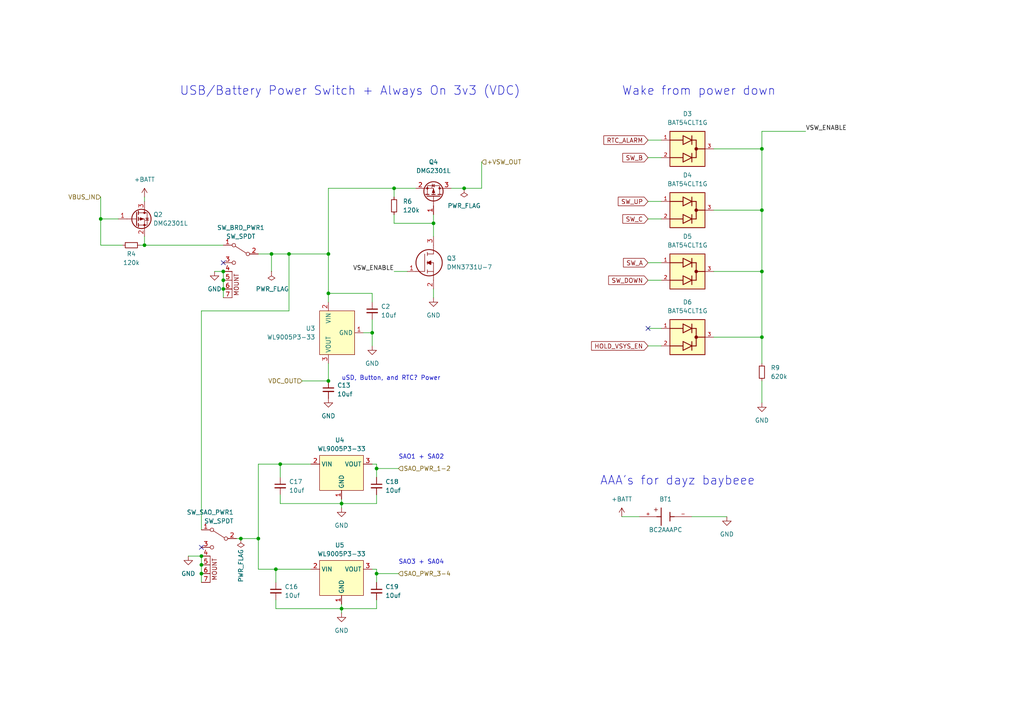
<source format=kicad_sch>
(kicad_sch (version 20211123) (generator eeschema)
  (paper "A4")
  (lib_symbols
    (symbol "BAT54CLT1G:BAT54CLT1G" (pin_names (offset 1.016))
      (property "Reference" "D" (at -2.54 5.842 0))
      (property "Value" "BAT54CLT1G" (at -2.54 -7.62 0))
      (symbol "BAT54CLT1G_0_0"
        (rectangle (start -2.54 -5.08) (end 7.62 5.08) (stroke (width 0.254)) (fill (type background)))
        (polyline (pts (xy 1.27 -3.81) (xy 3.81 -2.54)) (stroke (width 0.254)))
        (polyline (pts (xy 1.27 -2.54) (xy -2.54 -2.54)) (stroke (width 0.254)))
        (polyline (pts (xy 1.27 -2.54) (xy 1.27 -3.81)) (stroke (width 0.254)))
        (polyline (pts (xy 1.27 -1.27) (xy 1.27 -2.54)) (stroke (width 0.254)))
        (polyline (pts (xy 1.27 1.27) (xy 3.81 2.54)) (stroke (width 0.254)))
        (polyline (pts (xy 1.27 2.54) (xy -2.54 2.54)) (stroke (width 0.254)))
        (polyline (pts (xy 1.27 2.54) (xy 1.27 1.27)) (stroke (width 0.254)))
        (polyline (pts (xy 1.27 3.81) (xy 1.27 2.54)) (stroke (width 0.254)))
        (polyline (pts (xy 3.81 -2.54) (xy 1.27 -1.27)) (stroke (width 0.254)))
        (polyline (pts (xy 3.81 -2.54) (xy 3.81 -3.81)) (stroke (width 0.254)))
        (polyline (pts (xy 3.81 -1.27) (xy 3.81 -2.54)) (stroke (width 0.254)))
        (polyline (pts (xy 3.81 2.54) (xy 1.27 3.81)) (stroke (width 0.254)))
        (polyline (pts (xy 3.81 2.54) (xy 3.81 1.27)) (stroke (width 0.254)))
        (polyline (pts (xy 3.81 3.81) (xy 3.81 2.54)) (stroke (width 0.254)))
        (polyline (pts (xy 5.08 -2.54) (xy 3.81 -2.54)) (stroke (width 0.254)))
        (polyline (pts (xy 5.08 0) (xy 5.08 -2.54)) (stroke (width 0.254)))
        (polyline (pts (xy 5.08 0) (xy 7.62 0)) (stroke (width 0.254)))
        (polyline (pts (xy 5.08 2.54) (xy 3.81 2.54)) (stroke (width 0.254)))
        (polyline (pts (xy 5.08 2.54) (xy 5.08 0)) (stroke (width 0.254)))
        (circle (center 5.08 0) (radius 0.254) (stroke (width 0.508)))
        (pin passive line (at -5.08 2.54 0) (length 2.54) (name "~") (number "1"))
        (pin passive line (at -5.08 -2.54 0) (length 2.54) (name "~") (number "2"))
        (pin passive line (at 10.16 0 180) (length 2.54) (name "~") (number "3"))
      )
    )
    (symbol "BC2AAAPC:BC2AAAPC" (pin_names (offset 1.016))
      (property "Reference" "BT" (at -6.3614 3.8138 0))
      (property "Value" "BC2AAAPC" (at -5.08 -6.35 0))
      (symbol "BC2AAAPC_0_0"
        (polyline (pts (xy -3.302 2.032) (xy -2.286 2.032)) (stroke (width 0.1524)))
        (polyline (pts (xy -2.794 2.54) (xy -2.794 1.524)) (stroke (width 0.1524)))
        (polyline (pts (xy -2.54 0) (xy -1.27 0)) (stroke (width 0.254)))
        (polyline (pts (xy -1.27 0) (xy -1.27 -2.54)) (stroke (width 0.254)))
        (polyline (pts (xy -1.27 2.54) (xy -1.27 0)) (stroke (width 0.254)))
        (polyline (pts (xy 1.27 0) (xy 1.27 -1.27)) (stroke (width 0.254)))
        (polyline (pts (xy 1.27 0) (xy 2.54 0)) (stroke (width 0.254)))
        (polyline (pts (xy 1.27 1.27) (xy 1.27 0)) (stroke (width 0.254)))
        (pin power_out line (at -7.62 0 0) (length 5.08) (name "~") (number "+"))
        (pin power_out line (at 7.62 0 180) (length 5.08) (name "~") (number "-"))
      )
    )
    (symbol "Device:C_Small" (pin_numbers hide) (pin_names (offset 0.254) hide)
      (property "Reference" "C" (at 0.254 1.778 0))
      (property "Value" "C_Small" (at 0.254 -2.032 0))
      (symbol "C_Small_0_1"
        (polyline (pts (xy -1.524 -0.508) (xy 1.524 -0.508)) (stroke (width 0.3302)))
        (polyline (pts (xy -1.524 0.508) (xy 1.524 0.508)) (stroke (width 0.3048)))
      )
      (symbol "C_Small_1_1"
        (pin passive line (at 0 2.54 270) (length 2.032) (name "~") (number "1"))
        (pin passive line (at 0 -2.54 90) (length 2.032) (name "~") (number "2"))
      )
    )
    (symbol "Device:R_Small" (pin_numbers hide) (pin_names (offset 0.254) hide)
      (property "Reference" "R" (at 0.762 0.508 0))
      (property "Value" "R_Small" (at 0.762 -1.016 0))
      (symbol "R_Small_0_1"
        (rectangle (start -0.762 1.778) (end 0.762 -1.778) (stroke (width 0.2032)))
      )
      (symbol "R_Small_1_1"
        (pin passive line (at 0 2.54 270) (length 0.762) (name "~") (number "1"))
        (pin passive line (at 0 -2.54 90) (length 0.762) (name "~") (number "2"))
      )
    )
    (symbol "SW_SPDT_1" (pin_names (offset 0) hide)
      (property "Reference" "SW_BRD_PWR1" (at 0 7.62 0))
      (property "Value" "SW_SPDT" (at 0 5.08 0))
      (symbol "SW_SPDT_1_0_0"
        (circle (center -2.032 0) (radius 0.508))
        (circle (center 2.032 -2.54) (radius 0.508))
        (text "MOUNT" (at 1.27 -8.89 900) (effects (font (size 1.27 1.27))))
        (pin passive line (at 5.08 -5.08 180) (length 2.54) (name "GND") (number "4"))
        (pin passive line (at 5.08 -7.62 180) (length 2.54) (name "GND") (number "5"))
        (pin passive line (at 5.08 -10.16 180) (length 2.54) (name "GND") (number "6"))
        (pin passive line (at 5.08 -12.7 180) (length 2.54) (name "GND") (number "7"))
      )
      (symbol "SW_SPDT_1_0_1"
        (polyline (pts (xy -1.524 0.254) (xy 1.651 2.286)))
        (polyline (pts (xy 2.54 -5.08) (xy 2.54 -12.7)))
        (circle (center 2.032 2.54) (radius 0.508))
      )
      (symbol "SW_SPDT_1_1_1"
        (pin passive line (at 5.08 2.54 180) (length 2.54) (name "A") (number "1"))
        (pin passive line (at -5.08 0 0) (length 2.54) (name "B") (number "2"))
        (pin passive line (at 5.08 -2.54 180) (length 2.54) (name "C") (number "3"))
      )
    )
    (symbol "SamacSys_Parts:DMN3731U-7" (pin_names (offset 0.762))
      (property "Reference" "Q?" (at 11.43 3.8101 0))
      (property "Value" "DMN3731U-7" (at 11.43 1.2701 0))
      (symbol "DMN3731U-7_0_0"
        (pin passive line (at 0 0 0) (length 2.54) (name "~") (number "1"))
        (pin passive line (at 7.62 -5.08 90) (length 2.54) (name "~") (number "2"))
        (pin passive line (at 7.62 10.16 270) (length 2.54) (name "~") (number "3"))
      )
      (symbol "DMN3731U-7_0_1"
        (polyline (pts (xy 5.842 -0.508) (xy 5.842 0.508)) (stroke (width 0.1524)))
        (polyline (pts (xy 5.842 0) (xy 7.62 0)) (stroke (width 0.1524)))
        (polyline (pts (xy 5.842 2.032) (xy 5.842 3.048)) (stroke (width 0.1524)))
        (polyline (pts (xy 5.842 5.588) (xy 5.842 4.572)) (stroke (width 0.1524)))
        (polyline (pts (xy 7.62 2.54) (xy 5.842 2.54)) (stroke (width 0.1524)))
        (polyline (pts (xy 7.62 2.54) (xy 7.62 -2.54)) (stroke (width 0.1524)))
        (polyline (pts (xy 7.62 5.08) (xy 5.842 5.08)) (stroke (width 0.1524)))
        (polyline (pts (xy 7.62 5.08) (xy 7.62 7.62)) (stroke (width 0.1524)))
        (polyline (pts (xy 2.54 0) (xy 5.08 0) (xy 5.08 5.08)) (stroke (width 0.1524)))
        (polyline (pts (xy 5.842 2.54) (xy 6.858 3.048) (xy 6.858 2.032) (xy 5.842 2.54)) (stroke (width 0.254)) (fill (type outline)))
        (circle (center 6.35 2.54) (radius 3.81) (stroke (width 0.254)))
      )
    )
    (symbol "Switch:SW_SPDT" (pin_names (offset 0) hide)
      (property "Reference" "SW_SAO_PWR1" (at 2.54 7.62 0))
      (property "Value" "SW_SPDT" (at 0 5.08 0))
      (symbol "SW_SPDT_0_0"
        (circle (center -2.032 0) (radius 0.508))
        (circle (center 2.032 -2.54) (radius 0.508))
        (text "MOUNT" (at 1.27 -8.89 900) (effects (font (size 1.27 1.27))))
        (pin passive line (at 5.08 -5.08 180) (length 2.54) (name "GND") (number "4"))
        (pin passive line (at 5.08 -7.62 180) (length 2.54) (name "GND") (number "5"))
        (pin passive line (at 5.08 -10.16 180) (length 2.54) (name "GND") (number "6"))
        (pin passive line (at 5.08 -12.7 180) (length 2.54) (name "GND") (number "7"))
      )
      (symbol "SW_SPDT_0_1"
        (polyline (pts (xy -1.524 0.254) (xy 1.651 2.286)))
        (polyline (pts (xy 2.54 -5.08) (xy 2.54 -12.7)))
        (circle (center 2.032 2.54) (radius 0.508))
      )
      (symbol "SW_SPDT_1_1"
        (pin passive line (at 5.08 2.54 180) (length 2.54) (name "A") (number "1"))
        (pin passive line (at -5.08 0 0) (length 2.54) (name "B") (number "2"))
        (pin passive line (at 5.08 -2.54 180) (length 2.54) (name "C") (number "3"))
      )
    )
    (symbol "Transistor_FET:DMG2301L" (pin_names hide)
      (property "Reference" "Q" (at 5.08 1.905 0))
      (property "Value" "DMG2301L" (at 5.08 0 0))
      (symbol "DMG2301L_0_1"
        (polyline (pts (xy 0.254 0) (xy -2.54 0)))
        (polyline (pts (xy 0.254 1.905) (xy 0.254 -1.905)) (stroke (width 0.254)))
        (polyline (pts (xy 0.762 -1.27) (xy 0.762 -2.286)) (stroke (width 0.254)))
        (polyline (pts (xy 0.762 0.508) (xy 0.762 -0.508)) (stroke (width 0.254)))
        (polyline (pts (xy 0.762 2.286) (xy 0.762 1.27)) (stroke (width 0.254)))
        (polyline (pts (xy 2.54 2.54) (xy 2.54 1.778)))
        (polyline (pts (xy 2.54 -2.54) (xy 2.54 0) (xy 0.762 0)))
        (polyline (pts (xy 0.762 1.778) (xy 3.302 1.778) (xy 3.302 -1.778) (xy 0.762 -1.778)))
        (polyline (pts (xy 2.286 0) (xy 1.27 0.381) (xy 1.27 -0.381) (xy 2.286 0)) (fill (type outline)))
        (polyline (pts (xy 2.794 -0.508) (xy 2.921 -0.381) (xy 3.683 -0.381) (xy 3.81 -0.254)))
        (polyline (pts (xy 3.302 -0.381) (xy 2.921 0.254) (xy 3.683 0.254) (xy 3.302 -0.381)))
        (circle (center 1.651 0) (radius 2.794) (stroke (width 0.254)))
        (circle (center 2.54 -1.778) (radius 0.254) (fill (type outline)))
        (circle (center 2.54 1.778) (radius 0.254) (fill (type outline)))
      )
      (symbol "DMG2301L_1_1"
        (pin input line (at -5.08 0 0) (length 2.54) (name "G") (number "1"))
        (pin passive line (at 2.54 -5.08 90) (length 2.54) (name "S") (number "2"))
        (pin passive line (at 2.54 5.08 270) (length 2.54) (name "D") (number "3"))
      )
    )
    (symbol "WL9005P3-33_1"
      (property "Reference" "U" (at 0 0 0))
      (property "Value" "WL9005P3-33_1" (at 1.27 -2.54 0))
      (symbol "WL9005P3-33_1_0_1"
        (rectangle (start -5.08 -3.81) (end 7.62 -13.97) (fill (type background)))
      )
      (symbol "WL9005P3-33_1_1_1"
        (pin power_in line (at 1.27 -16.51 90) (length 2.54) (name "GND") (number "1"))
        (pin power_in line (at -7.62 -6.35 0) (length 2.54) (name "VIN") (number "2"))
        (pin power_out line (at 10.16 -6.35 180) (length 2.54) (name "VOUT") (number "3"))
      )
    )
    (symbol "WL9005P3-33_2"
      (property "Reference" "U" (at 0 0 0))
      (property "Value" "WL9005P3-33_2" (at 1.27 -2.54 0))
      (symbol "WL9005P3-33_2_0_1"
        (rectangle (start -5.08 -3.81) (end 7.62 -13.97) (fill (type background)))
      )
      (symbol "WL9005P3-33_2_1_1"
        (pin power_in line (at 1.27 -16.51 90) (length 2.54) (name "GND") (number "1"))
        (pin power_in line (at -7.62 -6.35 0) (length 2.54) (name "VIN") (number "2"))
        (pin power_out line (at 10.16 -6.35 180) (length 2.54) (name "VOUT") (number "3"))
      )
    )
    (symbol "WPM:WL9005P3-33"
      (property "Reference" "U" (at 0 0 0))
      (property "Value" "WL9005P3-33" (at 1.27 -2.54 0))
      (symbol "WL9005P3-33_0_1"
        (rectangle (start -5.08 -3.81) (end 7.62 -13.97) (fill (type background)))
      )
      (symbol "WL9005P3-33_1_1"
        (pin power_in line (at 1.27 -16.51 90) (length 2.54) (name "GND") (number "1"))
        (pin power_in line (at -7.62 -6.35 0) (length 2.54) (name "VIN") (number "2"))
        (pin power_out line (at 10.16 -6.35 180) (length 2.54) (name "VOUT") (number "3"))
      )
    )
    (symbol "power:+BATT" (power) (pin_names (offset 0))
      (property "Value" "+BATT" (at 0 3.556 0))
      (symbol "+BATT_0_1"
        (polyline (pts (xy -0.762 1.27) (xy 0 2.54)))
        (polyline (pts (xy 0 0) (xy 0 2.54)))
        (polyline (pts (xy 0 2.54) (xy 0.762 1.27)))
      )
      (symbol "+BATT_1_1"
        (pin power_in line (at 0 0 90) (length 0) hide (name "+BATT") (number "1"))
      )
    )
    (symbol "power:GND" (power) (pin_names (offset 0))
      (property "Value" "GND" (at 0 -3.81 0))
      (symbol "GND_0_1"
        (polyline (pts (xy 0 0) (xy 0 -1.27) (xy 1.27 -1.27) (xy 0 -2.54) (xy -1.27 -1.27) (xy 0 -1.27)))
      )
      (symbol "GND_1_1"
        (pin power_in line (at 0 0 270) (length 0) hide (name "GND") (number "1"))
      )
    )
    (symbol "power:PWR_FLAG" (power) (pin_numbers hide) (pin_names (offset 0) hide)
      (property "Value" "PWR_FLAG" (at 0 3.81 0))
      (symbol "PWR_FLAG_0_0"
        (pin power_out line (at 0 0 90) (length 0) (name "pwr") (number "1"))
      )
      (symbol "PWR_FLAG_0_1"
        (polyline (pts (xy 0 0) (xy 0 1.27) (xy -1.016 1.905) (xy 0 2.54) (xy 1.016 1.905) (xy 0 1.27)))
      )
    )
  )
  (junction (at 109.22 166.37))
  (junction (at 220.98 60.96))
  (junction (at 95.25 73.66))
  (junction (at 58.42 166.37))
  (junction (at 107.95 96.52))
  (junction (at 109.22 135.89))
  (junction (at 64.77 83.82))
  (junction (at 58.42 163.83))
  (junction (at 81.28 134.62))
  (junction (at 99.06 176.53))
  (junction (at 64.77 81.28))
  (junction (at 220.98 43.18))
  (junction (at 78.74 73.66))
  (junction (at 58.42 161.29))
  (junction (at 41.91 71.12))
  (junction (at 80.01 165.1))
  (junction (at 114.3 54.61))
  (junction (at 74.93 156.21))
  (junction (at 134.62 54.61))
  (junction (at 99.06 146.05))
  (junction (at 29.21 63.5))
  (junction (at 220.98 97.79))
  (junction (at 220.98 78.74))
  (junction (at 69.85 156.21))
  (junction (at 95.25 110.49))
  (junction (at 64.77 78.74))
  (junction (at 83.82 73.66))
  (junction (at 125.73 64.77))
  (junction (at 95.25 85.09))
  (no_connect (at 187.96 95.25))
  (no_connect (at 64.77 76.2))
  (no_connect (at 58.42 158.75))
  (wire (pts (xy 139.7 46.99) (xy 139.7 54.61)))
  (wire (pts (xy 40.64 71.12) (xy 41.91 71.12)))
  (wire (pts (xy 99.06 176.53) (xy 99.06 177.8)))
  (wire (pts (xy 29.21 63.5) (xy 29.21 71.12)))
  (wire (pts (xy 220.98 110.49) (xy 220.98 116.84)))
  (wire (pts (xy 105.41 96.52) (xy 107.95 96.52)))
  (wire (pts (xy 41.91 57.15) (xy 41.91 58.42)))
  (wire (pts (xy 29.21 57.15) (xy 29.21 63.5)))
  (wire (pts (xy 187.96 40.64) (xy 191.77 40.64)))
  (wire (pts (xy 114.3 62.23) (xy 114.3 64.77)))
  (wire (pts (xy 80.01 165.1) (xy 74.93 165.1)))
  (wire (pts (xy 220.98 78.74) (xy 220.98 97.79)))
  (wire (pts (xy 114.3 54.61) (xy 95.25 54.61)))
  (wire (pts (xy 81.28 134.62) (xy 90.17 134.62)))
  (wire (pts (xy 200.66 149.86) (xy 210.82 149.86)))
  (wire (pts (xy 81.28 146.05) (xy 99.06 146.05)))
  (wire (pts (xy 220.98 38.1) (xy 233.68 38.1)))
  (wire (pts (xy 187.96 100.33) (xy 191.77 100.33)))
  (wire (pts (xy 187.96 76.2) (xy 191.77 76.2)))
  (wire (pts (xy 220.98 97.79) (xy 220.98 105.41)))
  (wire (pts (xy 191.77 63.5) (xy 187.96 63.5)))
  (wire (pts (xy 95.25 110.49) (xy 87.63 110.49)))
  (wire (pts (xy 109.22 166.37) (xy 109.22 165.1)))
  (wire (pts (xy 187.96 81.28) (xy 191.77 81.28)))
  (wire (pts (xy 29.21 63.5) (xy 34.29 63.5)))
  (wire (pts (xy 207.01 60.96) (xy 220.98 60.96)))
  (wire (pts (xy 69.85 156.21) (xy 74.93 156.21)))
  (wire (pts (xy 187.96 58.42) (xy 191.77 58.42)))
  (wire (pts (xy 109.22 173.99) (xy 109.22 176.53)))
  (wire (pts (xy 54.61 161.29) (xy 58.42 161.29)))
  (wire (pts (xy 80.01 176.53) (xy 99.06 176.53)))
  (wire (pts (xy 29.21 71.12) (xy 35.56 71.12)))
  (wire (pts (xy 109.22 165.1) (xy 107.95 165.1)))
  (wire (pts (xy 125.73 64.77) (xy 125.73 68.58)))
  (wire (pts (xy 68.58 156.21) (xy 69.85 156.21)))
  (wire (pts (xy 83.82 90.17) (xy 83.82 73.66)))
  (wire (pts (xy 58.42 161.29) (xy 58.42 163.83)))
  (wire (pts (xy 64.77 83.82) (xy 64.77 86.36)))
  (wire (pts (xy 220.98 60.96) (xy 220.98 78.74)))
  (wire (pts (xy 41.91 71.12) (xy 64.77 71.12)))
  (wire (pts (xy 114.3 54.61) (xy 120.65 54.61)))
  (wire (pts (xy 107.95 85.09) (xy 107.95 87.63)))
  (wire (pts (xy 114.3 57.15) (xy 114.3 54.61)))
  (wire (pts (xy 125.73 83.82) (xy 125.73 86.36)))
  (wire (pts (xy 74.93 73.66) (xy 78.74 73.66)))
  (wire (pts (xy 95.25 85.09) (xy 107.95 85.09)))
  (wire (pts (xy 58.42 153.67) (xy 58.42 90.17)))
  (wire (pts (xy 80.01 173.99) (xy 80.01 176.53)))
  (wire (pts (xy 99.06 147.32) (xy 99.06 146.05)))
  (wire (pts (xy 118.11 78.74) (xy 114.3 78.74)))
  (wire (pts (xy 109.22 168.91) (xy 109.22 166.37)))
  (wire (pts (xy 109.22 134.62) (xy 107.95 134.62)))
  (wire (pts (xy 81.28 143.51) (xy 81.28 146.05)))
  (wire (pts (xy 80.01 168.91) (xy 80.01 165.1)))
  (wire (pts (xy 64.77 78.74) (xy 64.77 81.28)))
  (wire (pts (xy 99.06 175.26) (xy 99.06 176.53)))
  (wire (pts (xy 90.17 165.1) (xy 80.01 165.1)))
  (wire (pts (xy 78.74 73.66) (xy 78.74 78.74)))
  (wire (pts (xy 125.73 62.23) (xy 125.73 64.77)))
  (wire (pts (xy 109.22 176.53) (xy 99.06 176.53)))
  (wire (pts (xy 109.22 138.43) (xy 109.22 135.89)))
  (wire (pts (xy 114.3 64.77) (xy 125.73 64.77)))
  (wire (pts (xy 95.25 73.66) (xy 95.25 85.09)))
  (wire (pts (xy 64.77 81.28) (xy 64.77 83.82)))
  (wire (pts (xy 220.98 97.79) (xy 207.01 97.79)))
  (wire (pts (xy 78.74 73.66) (xy 83.82 73.66)))
  (wire (pts (xy 185.42 149.86) (xy 180.34 149.86)))
  (wire (pts (xy 130.81 54.61) (xy 134.62 54.61)))
  (wire (pts (xy 58.42 166.37) (xy 58.42 168.91)))
  (wire (pts (xy 187.96 95.25) (xy 191.77 95.25)))
  (wire (pts (xy 134.62 54.61) (xy 139.7 54.61)))
  (wire (pts (xy 81.28 138.43) (xy 81.28 134.62)))
  (wire (pts (xy 220.98 38.1) (xy 220.98 43.18)))
  (wire (pts (xy 109.22 146.05) (xy 99.06 146.05)))
  (wire (pts (xy 74.93 134.62) (xy 81.28 134.62)))
  (wire (pts (xy 109.22 166.37) (xy 115.57 166.37)))
  (wire (pts (xy 95.25 85.09) (xy 95.25 87.63)))
  (wire (pts (xy 220.98 43.18) (xy 220.98 60.96)))
  (wire (pts (xy 109.22 143.51) (xy 109.22 146.05)))
  (wire (pts (xy 74.93 134.62) (xy 74.93 156.21)))
  (wire (pts (xy 74.93 165.1) (xy 74.93 156.21)))
  (wire (pts (xy 62.23 78.74) (xy 64.77 78.74)))
  (wire (pts (xy 83.82 73.66) (xy 95.25 73.66)))
  (wire (pts (xy 207.01 43.18) (xy 220.98 43.18)))
  (wire (pts (xy 109.22 135.89) (xy 115.57 135.89)))
  (wire (pts (xy 99.06 146.05) (xy 99.06 144.78)))
  (wire (pts (xy 58.42 90.17) (xy 83.82 90.17)))
  (wire (pts (xy 95.25 54.61) (xy 95.25 73.66)))
  (wire (pts (xy 107.95 92.71) (xy 107.95 96.52)))
  (wire (pts (xy 207.01 78.74) (xy 220.98 78.74)))
  (wire (pts (xy 58.42 163.83) (xy 58.42 166.37)))
  (wire (pts (xy 107.95 100.33) (xy 107.95 96.52)))
  (wire (pts (xy 109.22 135.89) (xy 109.22 134.62)))
  (wire (pts (xy 191.77 45.72) (xy 187.96 45.72)))
  (wire (pts (xy 95.25 105.41) (xy 95.25 110.49)))
  (wire (pts (xy 41.91 71.12) (xy 41.91 68.58)))
  (text "Wake from power down " (at 180.34 27.94 0) (effects (font (size 2.54 2.54)) (justify left bottom)))
  (text "SAO1 + SA02\n" (at 115.57 133.35 0) (effects (font (size 1.27 1.27)) (justify left bottom)))
  (text "uSD, Button, and RTC? Power\n" (at 99.06 110.49 0) (effects (font (size 1.27 1.27)) (justify left bottom)))
  (text "USB/Battery Power Switch + Always On 3v3 (VDC)\n" (at 52.07 27.94 0) (effects (font (size 2.54 2.54)) (justify left bottom)))
  (text "AAA's for dayz baybeee" (at 173.99 140.97 0) (effects (font (size 2.54 2.54)) (justify left bottom)))
  (text "SAO3 + SA04\n" (at 115.57 163.83 0) (effects (font (size 1.27 1.27)) (justify left bottom)))
  (label "VSW_ENABLE" (at 233.68 38.1 0))
  (label "VSW_ENABLE" (at 114.3 78.74 180))
  (global_label "RTC_ALARM" (shape input) (at 187.96 40.64 180) (property "Intersheet References" "${INTERSHEET_REFS}" (effects hide)))
  (global_label "SW_A" (shape input) (at 187.96 76.2 180) (property "Intersheet References" "${INTERSHEET_REFS}" (effects hide)))
  (global_label "SW_UP" (shape input) (at 187.96 58.42 180) (property "Intersheet References" "${INTERSHEET_REFS}" (effects hide)))
  (global_label "SW_DOWN" (shape input) (at 187.96 81.28 180) (property "Intersheet References" "${INTERSHEET_REFS}" (effects hide)))
  (global_label "SW_B" (shape input) (at 187.96 45.72 180) (property "Intersheet References" "${INTERSHEET_REFS}" (effects hide)))
  (global_label "SW_C" (shape input) (at 187.96 63.5 180) (property "Intersheet References" "${INTERSHEET_REFS}" (effects hide)))
  (global_label "HOLD_VSYS_EN" (shape input) (at 187.96 100.33 180) (property "Intersheet References" "${INTERSHEET_REFS}" (effects hide)))
  (hierarchical_label "SAO_PWR_3-4" (shape input) (at 115.57 166.37 0))
  (hierarchical_label "+VSW_OUT" (shape input) (at 139.7 46.99 0))
  (hierarchical_label "SAO_PWR_1-2" (shape input) (at 115.57 135.89 0))
  (hierarchical_label "VDC_OUT" (shape input) (at 87.63 110.49 180))
  (hierarchical_label "VBUS_IN" (shape input) (at 29.21 57.15 180))
  (symbol (lib_id "Device:C_Small") (at 95.25 113.03 0) (unit 1)
    (property "Reference" "C13" (at 97.79 111.7662 0) (effects (justify left)))
    (property "Value" "10uf" (at 97.79 114.3062 0) (effects (justify left)))
    (property "Footprint" "Capacitor_SMD:C_0805_2012Metric_Pad1.18x1.45mm_HandSolder" (effects hide))
  )
  (symbol (lib_id "power:PWR_FLAG") (at 69.85 156.21 0) (mirror x) (unit 1)
    (property "Reference" "#FLG0103" (effects hide))
    (property "Value" "PWR_FLAG" (at 69.85 168.91 90) (effects (justify right)))
  )
  (symbol (lib_id "Device:C_Small") (at 80.01 171.45 0) (unit 1)
    (property "Reference" "C16" (at 82.55 170.1862 0) (effects (justify left)))
    (property "Value" "10uf" (at 82.55 172.7262 0) (effects (justify left)))
    (property "Footprint" "Capacitor_SMD:C_0805_2012Metric_Pad1.18x1.45mm_HandSolder" (effects hide))
  )
  (symbol (lib_id "BAT54CLT1G:BAT54CLT1G") (at 196.85 43.18 0) (unit 1)
    (property "Reference" "D3" (at 199.39 33.02 0))
    (property "Value" "BAT54CLT1G" (at 199.39 35.56 0))
    (property "Footprint" "SOT95P237X111-3N" (effects hide))
    (property "PARTREV" "12" (effects hide))
    (property "SNAPEDA_PN" "BAT54CLT1G" (effects hide))
    (property "STANDARD" "IPC-7351B" (effects hide))
    (property "MAXIMUM_PACKAGE_HEIGHT" "1.11mm" (effects hide))
    (property "MANUFACTURER" "Onsemi" (effects hide))
  )
  (symbol (lib_id "Device:R_Small") (at 220.98 107.95 0) (unit 1)
    (property "Reference" "R9" (at 223.52 106.6799 0) (effects (justify left)))
    (property "Value" "620k" (at 223.52 109.2199 0) (effects (justify left)))
    (property "Footprint" "Resistor_SMD:R_0805_2012Metric_Pad1.20x1.40mm_HandSolder" (effects hide))
  )
  (symbol (lib_id "power:GND") (at 62.23 78.74 0) (unit 1)
    (property "Reference" "#PWR046" (effects hide))
    (property "Value" "GND" (at 62.23 83.82 0))
  )
  (symbol (lib_id "power:GND") (at 107.95 100.33 0) (unit 1)
    (property "Reference" "#PWR0109" (effects hide))
    (property "Value" "GND" (at 107.95 105.41 0))
  )
  (symbol (lib_name "SW_SPDT_1") (lib_id "Switch:SW_SPDT") (at 69.85 73.66 0) (mirror y) (unit 1)
    (property "Reference" "SW_BRD_PWR1" (at 69.85 66.04 0))
    (property "Value" "SW_SPDT" (at 69.85 68.58 0))
    (property "Footprint" "SnapEDA Library:SW-SMD_G-SWITCH_MK-12C02-G015" (effects hide))
    (property "Datasheet" "https://datasheet.lcsc.com/lcsc/2009021103_G-Switch-MK-12C02-G025_C778186.pdf" (effects hide))
  )
  (symbol (lib_id "power:GND") (at 210.82 149.86 0) (unit 1)
    (property "Reference" "#PWR0111" (effects hide))
    (property "Value" "GND" (at 210.82 154.94 0))
  )
  (symbol (lib_id "power:GND") (at 125.73 86.36 0) (unit 1)
    (property "Reference" "#PWR0104" (effects hide))
    (property "Value" "GND" (at 125.73 91.44 0))
  )
  (symbol (lib_id "Transistor_FET:DMG2301L") (at 39.37 63.5 0) (unit 1)
    (property "Reference" "Q2" (at 44.45 62.23 0) (effects (justify left)))
    (property "Value" "DMG2301L" (at 44.45 64.77 0) (effects (justify left)))
    (property "Footprint" "Package_TO_SOT_SMD:SOT-23" (effects hide))
    (property "Datasheet" "https://www.diodes.com/assets/Datasheets/DMG2301L.pdf" (effects hide))
  )
  (symbol (lib_id "Transistor_FET:DMG2301L") (at 125.73 57.15 270) (mirror x) (unit 1)
    (property "Reference" "Q4" (at 125.73 46.99 90))
    (property "Value" "DMG2301L" (at 125.73 49.53 90))
    (property "Footprint" "Package_TO_SOT_SMD:SOT-23" (effects hide))
    (property "Datasheet" "https://www.diodes.com/assets/Datasheets/DMG2301L.pdf" (effects hide))
  )
  (symbol (lib_id "power:GND") (at 220.98 116.84 0) (unit 1)
    (property "Reference" "#PWR0107" (effects hide))
    (property "Value" "GND" (at 220.98 121.92 0))
  )
  (symbol (lib_id "Device:R_Small") (at 114.3 59.69 0) (unit 1)
    (property "Reference" "R6" (at 116.84 58.4199 0) (effects (justify left)))
    (property "Value" "120k" (at 116.84 60.9599 0) (effects (justify left)))
    (property "Footprint" "Resistor_SMD:R_0805_2012Metric_Pad1.20x1.40mm_HandSolder" (effects hide))
  )
  (symbol (lib_id "Switch:SW_SPDT") (at 63.5 156.21 0) (mirror y) (unit 1)
    (property "Reference" "SW_SAO_PWR1" (at 60.96 148.59 0))
    (property "Value" "SW_SPDT" (at 63.5 151.13 0))
    (property "Footprint" "SnapEDA Library:SW-SMD_G-SWITCH_MK-12C02-G015" (effects hide))
    (property "Datasheet" "https://datasheet.lcsc.com/lcsc/2009021103_G-Switch-MK-12C02-G025_C778186.pdf" (effects hide))
  )
  (symbol (lib_id "BC2AAAPC:BC2AAAPC") (at 193.04 149.86 0) (unit 1)
    (property "Reference" "BT1" (at 193.04 144.78 0))
    (property "Value" "BC2AAAPC" (at 193.04 153.67 0))
    (property "Footprint" "BAT_BC2AAAPC" (effects hide))
    (property "PARTREV" "L" (effects hide))
    (property "STANDARD" "Manufacturer Recommendations" (effects hide))
    (property "MAXIMUM_PACKAGE_HEIGHT" "12.80mm" (effects hide))
    (property "MANUFACTURER" "MPD" (effects hide))
  )
  (symbol (lib_id "power:PWR_FLAG") (at 134.62 54.61 0) (mirror x) (unit 1)
    (property "Reference" "#FLG0101" (effects hide))
    (property "Value" "PWR_FLAG" (at 134.62 59.69 0))
  )
  (symbol (lib_id "power:GND") (at 99.06 177.8 0) (unit 1)
    (property "Reference" "#PWR048" (effects hide))
    (property "Value" "GND" (at 99.06 182.88 0))
  )
  (symbol (lib_id "power:GND") (at 95.25 115.57 0) (unit 1)
    (property "Reference" "#PWR041" (effects hide))
    (property "Value" "GND" (at 95.25 120.65 0))
  )
  (symbol (lib_id "SamacSys_Parts:DMN3731U-7") (at 118.11 78.74 0) (unit 1)
    (property "Reference" "Q3" (at 129.54 74.9299 0) (effects (justify left)))
    (property "Value" "DMN3731U-7" (at 129.54 77.4699 0) (effects (justify left)))
    (property "Footprint" "Package_TO_SOT_SMD:SOT-23" (effects hide))
    (property "Datasheet" "https://www.mouser.fr/datasheet/2/115/DMN3731U-1594715.pdf" (effects hide))
    (property "Description" "MOSFET MOSFET BVDSS: 25V-30V" (effects hide))
    (property "Height" "1.1" (effects hide))
    (property "Manufacturer_Name" "Diodes Inc." (effects hide))
    (property "Manufacturer_Part_Number" "DMN3731U-7" (effects hide))
    (property "Mouser Part Number" "621-DMN3731U-7" (effects hide))
    (property "Mouser Price/Stock" "https://www.mouser.co.uk/ProductDetail/Diodes-Incorporated/DMN3731U-7?qs=EBDBlbfErPyEqvOCBrONHQ%3D%3D" (effects hide))
  )
  (symbol (lib_id "BAT54CLT1G:BAT54CLT1G") (at 196.85 78.74 0) (unit 1)
    (property "Reference" "D5" (at 199.39 68.58 0))
    (property "Value" "BAT54CLT1G" (at 199.39 71.12 0))
    (property "Footprint" "SOT95P237X111-3N" (effects hide))
    (property "PARTREV" "12" (effects hide))
    (property "SNAPEDA_PN" "BAT54CLT1G" (effects hide))
    (property "STANDARD" "IPC-7351B" (effects hide))
    (property "MAXIMUM_PACKAGE_HEIGHT" "1.11mm" (effects hide))
    (property "MANUFACTURER" "Onsemi" (effects hide))
  )
  (symbol (lib_id "BAT54CLT1G:BAT54CLT1G") (at 196.85 97.79 0) (unit 1)
    (property "Reference" "D6" (at 199.39 87.63 0))
    (property "Value" "BAT54CLT1G" (at 199.39 90.17 0))
    (property "Footprint" "SOT95P237X111-3N" (effects hide))
    (property "PARTREV" "12" (effects hide))
    (property "SNAPEDA_PN" "BAT54CLT1G" (effects hide))
    (property "STANDARD" "IPC-7351B" (effects hide))
    (property "MAXIMUM_PACKAGE_HEIGHT" "1.11mm" (effects hide))
    (property "MANUFACTURER" "Onsemi" (effects hide))
  )
  (symbol (lib_name "WL9005P3-33_1") (lib_id "WPM:WL9005P3-33") (at 97.79 158.75 0) (unit 1)
    (property "Reference" "U5" (at 97.155 158.115 0) (effects (justify left)))
    (property "Value" "WL9005P3-33" (at 92.075 160.655 0) (effects (justify left)))
    (property "Footprint" "Package_TO_SOT_SMD:SOT-89-3" (effects hide))
    (property "Datasheet" "https://datasheet.lcsc.com/lcsc/2212281430_WPMtek-Wei-Pan-Microelectronics-WL9005P3-33_C2688248.pdf" (effects hide))
  )
  (symbol (lib_id "Device:C_Small") (at 109.22 171.45 0) (unit 1)
    (property "Reference" "C19" (at 111.76 170.1862 0) (effects (justify left)))
    (property "Value" "10uf" (at 111.76 172.7262 0) (effects (justify left)))
    (property "Footprint" "Capacitor_SMD:C_0805_2012Metric_Pad1.18x1.45mm_HandSolder" (effects hide))
  )
  (symbol (lib_id "Device:C_Small") (at 81.28 140.97 0) (unit 1)
    (property "Reference" "C17" (at 83.82 139.7062 0) (effects (justify left)))
    (property "Value" "10uf" (at 83.82 142.2462 0) (effects (justify left)))
    (property "Footprint" "Capacitor_SMD:C_0805_2012Metric_Pad1.18x1.45mm_HandSolder" (effects hide))
  )
  (symbol (lib_id "Device:C_Small") (at 109.22 140.97 0) (unit 1)
    (property "Reference" "C18" (at 111.76 139.7062 0) (effects (justify left)))
    (property "Value" "10uf" (at 111.76 142.2462 0) (effects (justify left)))
    (property "Footprint" "Capacitor_SMD:C_0805_2012Metric_Pad1.18x1.45mm_HandSolder" (effects hide))
  )
  (symbol (lib_id "power:+BATT") (at 41.91 57.15 0) (unit 1)
    (property "Reference" "#PWR0114" (effects hide))
    (property "Value" "+BATT" (at 41.91 52.07 0))
  )
  (symbol (lib_name "WL9005P3-33_2") (lib_id "WPM:WL9005P3-33") (at 97.79 128.27 0) (unit 1)
    (property "Reference" "U4" (at 97.155 127.635 0) (effects (justify left)))
    (property "Value" "WL9005P3-33" (at 92.075 130.175 0) (effects (justify left)))
    (property "Footprint" "Package_TO_SOT_SMD:SOT-89-3" (effects hide))
    (property "Datasheet" "https://datasheet.lcsc.com/lcsc/2212281430_WPMtek-Wei-Pan-Microelectronics-WL9005P3-33_C2688248.pdf" (effects hide))
  )
  (symbol (lib_id "power:PWR_FLAG") (at 78.74 78.74 0) (mirror x) (unit 1)
    (property "Reference" "#FLG0102" (effects hide))
    (property "Value" "PWR_FLAG" (at 83.82 83.82 0) (effects (justify right)))
  )
  (symbol (lib_id "Device:C_Small") (at 107.95 90.17 0) (unit 1)
    (property "Reference" "C2" (at 110.49 88.9062 0) (effects (justify left)))
    (property "Value" "10uf" (at 110.49 91.4462 0) (effects (justify left)))
    (property "Footprint" "Capacitor_SMD:C_0805_2012Metric_Pad1.18x1.45mm_HandSolder" (effects hide))
  )
  (symbol (lib_id "Device:R_Small") (at 38.1 71.12 90) (unit 1)
    (property "Reference" "R4" (at 38.1 73.66 90))
    (property "Value" "120k" (at 38.1 76.2 90))
    (property "Footprint" "Resistor_SMD:R_0805_2012Metric_Pad1.20x1.40mm_HandSolder" (effects hide))
  )
  (symbol (lib_id "power:+BATT") (at 180.34 149.86 0) (unit 1)
    (property "Reference" "#PWR0112" (effects hide))
    (property "Value" "+BATT" (at 180.34 144.78 0))
  )
  (symbol (lib_id "WPM:WL9005P3-33") (at 88.9 95.25 90) (mirror x) (unit 1)
    (property "Reference" "U3" (at 91.44 95.2499 90) (effects (justify left)))
    (property "Value" "WL9005P3-33" (at 91.44 97.7899 90) (effects (justify left)))
    (property "Footprint" "Package_TO_SOT_SMD:SOT-89-3" (effects hide))
    (property "Datasheet" "https://datasheet.lcsc.com/lcsc/2212281430_WPMtek-Wei-Pan-Microelectronics-WL9005P3-33_C2688248.pdf" (effects hide))
  )
  (symbol (lib_id "BAT54CLT1G:BAT54CLT1G") (at 196.85 60.96 0) (unit 1)
    (property "Reference" "D4" (at 199.39 50.8 0))
    (property "Value" "BAT54CLT1G" (at 199.39 53.34 0))
    (property "Footprint" "SOT95P237X111-3N" (effects hide))
    (property "PARTREV" "12" (effects hide))
    (property "SNAPEDA_PN" "BAT54CLT1G" (effects hide))
    (property "STANDARD" "IPC-7351B" (effects hide))
    (property "MAXIMUM_PACKAGE_HEIGHT" "1.11mm" (effects hide))
    (property "MANUFACTURER" "Onsemi" (effects hide))
  )
  (symbol (lib_id "power:GND") (at 54.61 161.29 0) (unit 1)
    (property "Reference" "#PWR025" (effects hide))
    (property "Value" "GND" (at 54.61 166.37 0))
  )
  (symbol (lib_id "power:GND") (at 99.06 147.32 0) (unit 1)
    (property "Reference" "#PWR047" (effects hide))
    (property "Value" "GND" (at 99.06 152.4 0))
  )
)
</source>
